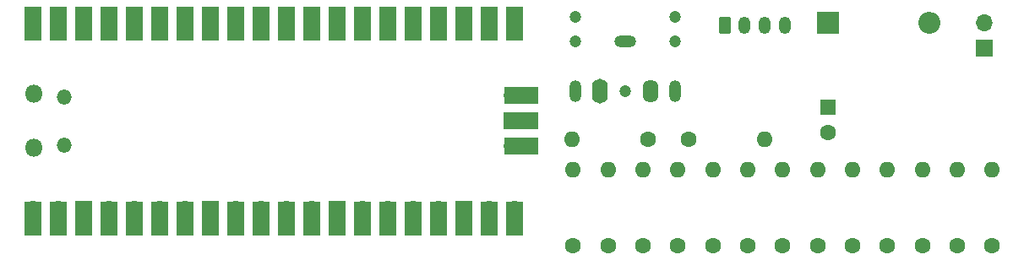
<source format=gbr>
%TF.GenerationSoftware,KiCad,Pcbnew,8.0.3*%
%TF.CreationDate,2024-06-25T21:05:21+01:00*%
%TF.ProjectId,PicoMIDITouchKeyboard,5069636f-4d49-4444-9954-6f7563684b65,rev?*%
%TF.SameCoordinates,Original*%
%TF.FileFunction,Soldermask,Top*%
%TF.FilePolarity,Negative*%
%FSLAX46Y46*%
G04 Gerber Fmt 4.6, Leading zero omitted, Abs format (unit mm)*
G04 Created by KiCad (PCBNEW 8.0.3) date 2024-06-25 21:05:21*
%MOMM*%
%LPD*%
G01*
G04 APERTURE LIST*
G04 Aperture macros list*
%AMRoundRect*
0 Rectangle with rounded corners*
0 $1 Rounding radius*
0 $2 $3 $4 $5 $6 $7 $8 $9 X,Y pos of 4 corners*
0 Add a 4 corners polygon primitive as box body*
4,1,4,$2,$3,$4,$5,$6,$7,$8,$9,$2,$3,0*
0 Add four circle primitives for the rounded corners*
1,1,$1+$1,$2,$3*
1,1,$1+$1,$4,$5*
1,1,$1+$1,$6,$7*
1,1,$1+$1,$8,$9*
0 Add four rect primitives between the rounded corners*
20,1,$1+$1,$2,$3,$4,$5,0*
20,1,$1+$1,$4,$5,$6,$7,0*
20,1,$1+$1,$6,$7,$8,$9,0*
20,1,$1+$1,$8,$9,$2,$3,0*%
G04 Aperture macros list end*
%ADD10RoundRect,0.250000X-0.350000X-0.625000X0.350000X-0.625000X0.350000X0.625000X-0.350000X0.625000X0*%
%ADD11O,1.200000X1.750000*%
%ADD12C,1.600000*%
%ADD13O,1.600000X1.600000*%
%ADD14R,1.600000X1.600000*%
%ADD15C,1.200000*%
%ADD16O,1.200000X2.200000*%
%ADD17O,1.600000X2.300000*%
%ADD18O,2.200000X1.200000*%
%ADD19O,1.600000X2.500000*%
%ADD20O,1.800000X1.800000*%
%ADD21O,1.500000X1.500000*%
%ADD22O,1.700000X1.700000*%
%ADD23R,1.700000X3.500000*%
%ADD24R,1.700000X1.700000*%
%ADD25R,3.500000X1.700000*%
%ADD26R,2.200000X2.200000*%
%ADD27O,2.200000X2.200000*%
G04 APERTURE END LIST*
D10*
%TO.C,J3*%
X121190000Y-87884000D03*
D11*
X123190000Y-87884000D03*
X125190000Y-87884000D03*
X127190000Y-87884000D03*
%TD*%
D12*
%TO.C,R2*%
X120000000Y-110000000D03*
D13*
X120000000Y-102380000D03*
%TD*%
D12*
%TO.C,R7*%
X127000000Y-110000000D03*
D13*
X127000000Y-102380000D03*
%TD*%
D12*
%TO.C,R10*%
X137500000Y-110000000D03*
D13*
X137500000Y-102380000D03*
%TD*%
D12*
%TO.C,R11*%
X141000000Y-110000000D03*
D13*
X141000000Y-102380000D03*
%TD*%
D12*
%TO.C,R5*%
X109500000Y-110000000D03*
D13*
X109500000Y-102380000D03*
%TD*%
D12*
%TO.C,R6*%
X106000000Y-110000000D03*
D13*
X106000000Y-102380000D03*
%TD*%
D12*
%TO.C,R13*%
X148000000Y-110000000D03*
D13*
X148000000Y-102380000D03*
%TD*%
D14*
%TO.C,C1*%
X131572000Y-96099621D03*
D12*
X131572000Y-98599621D03*
%TD*%
D15*
%TO.C,J1*%
X116230000Y-89500000D03*
X116230000Y-87000000D03*
X111230000Y-94500000D03*
X106230000Y-89500000D03*
X106230000Y-87000000D03*
D16*
X116230000Y-94500000D03*
D17*
X113730000Y-94500000D03*
D18*
X111230000Y-89500000D03*
D16*
X106230000Y-94500000D03*
D19*
X108730000Y-94500000D03*
%TD*%
D12*
%TO.C,R1*%
X123500000Y-110000000D03*
D13*
X123500000Y-102380000D03*
%TD*%
D12*
%TO.C,R8*%
X130500000Y-110000000D03*
D13*
X130500000Y-102380000D03*
%TD*%
D12*
%TO.C,R14*%
X117602000Y-99314000D03*
D13*
X125222000Y-99314000D03*
%TD*%
D12*
%TO.C,R12*%
X144500000Y-110000000D03*
D13*
X144500000Y-102380000D03*
%TD*%
D12*
%TO.C,R15*%
X113538000Y-99314000D03*
D13*
X105918000Y-99314000D03*
%TD*%
D20*
%TO.C,U1*%
X52000000Y-100195000D03*
D21*
X55030000Y-99895000D03*
X55030000Y-95045000D03*
D20*
X52000000Y-94745000D03*
D22*
X51870000Y-106360000D03*
D23*
X51870000Y-107260000D03*
D22*
X54410000Y-106360000D03*
D23*
X54410000Y-107260000D03*
D24*
X56950000Y-106360000D03*
D23*
X56950000Y-107260000D03*
D22*
X59490000Y-106360000D03*
D23*
X59490000Y-107260000D03*
D22*
X62030000Y-106360000D03*
D23*
X62030000Y-107260000D03*
D22*
X64570000Y-106360000D03*
D23*
X64570000Y-107260000D03*
D22*
X67110000Y-106360000D03*
D23*
X67110000Y-107260000D03*
D24*
X69650000Y-106360000D03*
D23*
X69650000Y-107260000D03*
D22*
X72190000Y-106360000D03*
D23*
X72190000Y-107260000D03*
D22*
X74730000Y-106360000D03*
D23*
X74730000Y-107260000D03*
D22*
X77270000Y-106360000D03*
D23*
X77270000Y-107260000D03*
D22*
X79810000Y-106360000D03*
D23*
X79810000Y-107260000D03*
D24*
X82350000Y-106360000D03*
D23*
X82350000Y-107260000D03*
D22*
X84890000Y-106360000D03*
D23*
X84890000Y-107260000D03*
D22*
X87430000Y-106360000D03*
D23*
X87430000Y-107260000D03*
D22*
X89970000Y-106360000D03*
D23*
X89970000Y-107260000D03*
D22*
X92510000Y-106360000D03*
D23*
X92510000Y-107260000D03*
D24*
X95050000Y-106360000D03*
D23*
X95050000Y-107260000D03*
D22*
X97590000Y-106360000D03*
D23*
X97590000Y-107260000D03*
D22*
X100130000Y-106360000D03*
D23*
X100130000Y-107260000D03*
D22*
X100130000Y-88580000D03*
D23*
X100130000Y-87680000D03*
D22*
X97590000Y-88580000D03*
D23*
X97590000Y-87680000D03*
D24*
X95050000Y-88580000D03*
D23*
X95050000Y-87680000D03*
D22*
X92510000Y-88580000D03*
D23*
X92510000Y-87680000D03*
D22*
X89970000Y-88580000D03*
D23*
X89970000Y-87680000D03*
D22*
X87430000Y-88580000D03*
D23*
X87430000Y-87680000D03*
D22*
X84890000Y-88580000D03*
D23*
X84890000Y-87680000D03*
D24*
X82350000Y-88580000D03*
D23*
X82350000Y-87680000D03*
D22*
X79810000Y-88580000D03*
D23*
X79810000Y-87680000D03*
D22*
X77270000Y-88580000D03*
D23*
X77270000Y-87680000D03*
D22*
X74730000Y-88580000D03*
D23*
X74730000Y-87680000D03*
D22*
X72190000Y-88580000D03*
D23*
X72190000Y-87680000D03*
D24*
X69650000Y-88580000D03*
D23*
X69650000Y-87680000D03*
D22*
X67110000Y-88580000D03*
D23*
X67110000Y-87680000D03*
D22*
X64570000Y-88580000D03*
D23*
X64570000Y-87680000D03*
D22*
X62030000Y-88580000D03*
D23*
X62030000Y-87680000D03*
D22*
X59490000Y-88580000D03*
D23*
X59490000Y-87680000D03*
D24*
X56950000Y-88580000D03*
D23*
X56950000Y-87680000D03*
D22*
X54410000Y-88580000D03*
D23*
X54410000Y-87680000D03*
D22*
X51870000Y-88580000D03*
D23*
X51870000Y-87680000D03*
D22*
X99900000Y-100010000D03*
D25*
X100800000Y-100010000D03*
D24*
X99900000Y-97470000D03*
D25*
X100800000Y-97470000D03*
D22*
X99900000Y-94930000D03*
D25*
X100800000Y-94930000D03*
%TD*%
D26*
%TO.C,D1*%
X131572000Y-87630000D03*
D27*
X141732000Y-87630000D03*
%TD*%
D24*
%TO.C,J2*%
X147180000Y-90200000D03*
D22*
X147180000Y-87660000D03*
%TD*%
D12*
%TO.C,R3*%
X116500000Y-110000000D03*
D13*
X116500000Y-102380000D03*
%TD*%
D12*
%TO.C,R4*%
X113000000Y-110000000D03*
D13*
X113000000Y-102380000D03*
%TD*%
D12*
%TO.C,R9*%
X134000000Y-110000000D03*
D13*
X134000000Y-102380000D03*
%TD*%
M02*

</source>
